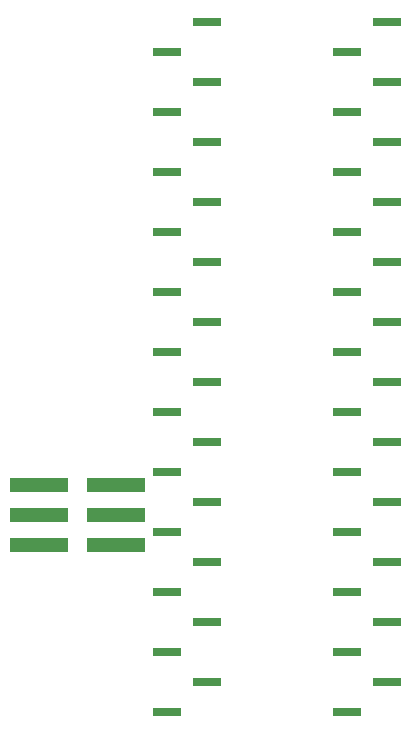
<source format=gbr>
G04*
G04 #@! TF.GenerationSoftware,Altium Limited,Altium Designer,25.4.2 (15)*
G04*
G04 Layer_Color=128*
%FSLAX44Y44*%
%MOMM*%
G71*
G04*
G04 #@! TF.SameCoordinates,CE8B7503-BC5D-454C-BBEA-07EE3AA0370F*
G04*
G04*
G04 #@! TF.FilePolarity,Positive*
G04*
G01*
G75*
%ADD23R,5.0000X1.2500*%
%ADD78R,2.4000X0.8000*%
D23*
X962500Y634600D02*
D03*
Y685400D02*
D03*
Y660000D02*
D03*
X897750Y685400D02*
D03*
Y660000D02*
D03*
Y634600D02*
D03*
D78*
X1006000Y493200D02*
D03*
X1040000Y518600D02*
D03*
X1006000Y544000D02*
D03*
X1040000Y569400D02*
D03*
X1006000Y594800D02*
D03*
X1040000Y620200D02*
D03*
X1006000Y645600D02*
D03*
X1040000Y671000D02*
D03*
X1006000Y696400D02*
D03*
X1040000Y721800D02*
D03*
X1006000Y747200D02*
D03*
X1040000Y772600D02*
D03*
X1006000Y798000D02*
D03*
X1040000Y823400D02*
D03*
X1006000Y848800D02*
D03*
X1040000Y874200D02*
D03*
X1006000Y899600D02*
D03*
X1040000Y925000D02*
D03*
X1006000Y950400D02*
D03*
X1040000Y975800D02*
D03*
X1006000Y1001200D02*
D03*
X1040000Y1026600D02*
D03*
X1006000Y1052000D02*
D03*
X1040000Y1077400D02*
D03*
X1192500D02*
D03*
X1158500Y1052000D02*
D03*
X1192500Y1026600D02*
D03*
X1158500Y1001200D02*
D03*
X1192500Y975800D02*
D03*
X1158500Y950400D02*
D03*
X1192500Y925000D02*
D03*
X1158500Y899600D02*
D03*
X1192500Y874200D02*
D03*
X1158500Y848800D02*
D03*
X1192500Y823400D02*
D03*
X1158500Y798000D02*
D03*
X1192500Y772600D02*
D03*
X1158500Y747200D02*
D03*
X1192500Y721800D02*
D03*
X1158500Y696400D02*
D03*
X1192500Y671000D02*
D03*
X1158500Y645600D02*
D03*
X1192500Y620200D02*
D03*
X1158500Y594800D02*
D03*
X1192500Y569400D02*
D03*
X1158500Y544000D02*
D03*
X1192500Y518600D02*
D03*
X1158500Y493200D02*
D03*
M02*

</source>
